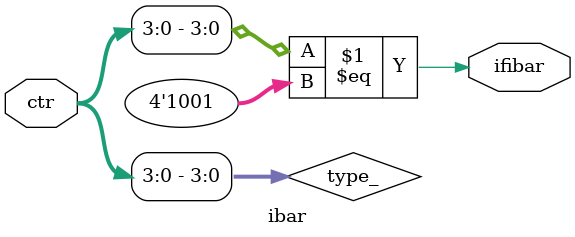
<source format=v>
module ibar (
    input      [31:0]ctr,
    output     ifibar
);
    wire [3:0]type_ = ctr[3:0];
    assign ifibar = (type_==9);
endmodule //ibar

</source>
